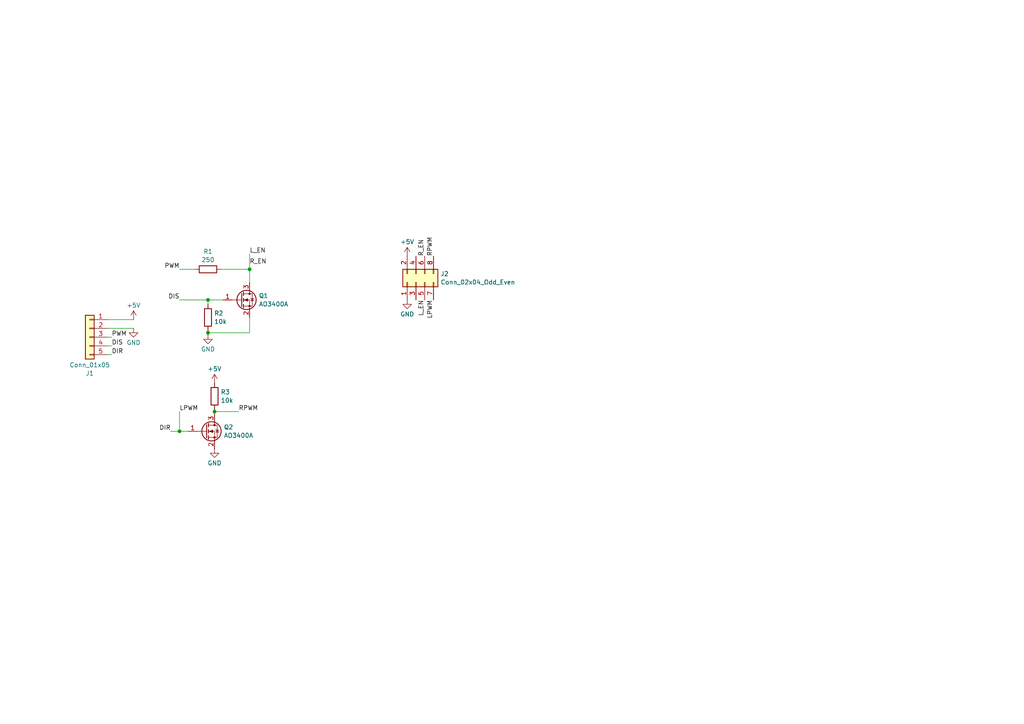
<source format=kicad_sch>
(kicad_sch
	(version 20231120)
	(generator "eeschema")
	(generator_version "8.0")
	(uuid "32730a3a-a2ab-43a7-8014-b5135afd9fe0")
	(paper "A4")
	(lib_symbols
		(symbol "Connector_Generic:Conn_01x05"
			(pin_names
				(offset 1.016) hide)
			(exclude_from_sim no)
			(in_bom yes)
			(on_board yes)
			(property "Reference" "J"
				(at 0 7.62 0)
				(effects
					(font
						(size 1.27 1.27)
					)
				)
			)
			(property "Value" "Conn_01x05"
				(at 0 -7.62 0)
				(effects
					(font
						(size 1.27 1.27)
					)
				)
			)
			(property "Footprint" ""
				(at 0 0 0)
				(effects
					(font
						(size 1.27 1.27)
					)
					(hide yes)
				)
			)
			(property "Datasheet" "~"
				(at 0 0 0)
				(effects
					(font
						(size 1.27 1.27)
					)
					(hide yes)
				)
			)
			(property "Description" "Generic connector, single row, 01x05, script generated (kicad-library-utils/schlib/autogen/connector/)"
				(at 0 0 0)
				(effects
					(font
						(size 1.27 1.27)
					)
					(hide yes)
				)
			)
			(property "ki_keywords" "connector"
				(at 0 0 0)
				(effects
					(font
						(size 1.27 1.27)
					)
					(hide yes)
				)
			)
			(property "ki_fp_filters" "Connector*:*_1x??_*"
				(at 0 0 0)
				(effects
					(font
						(size 1.27 1.27)
					)
					(hide yes)
				)
			)
			(symbol "Conn_01x05_1_1"
				(rectangle
					(start -1.27 -4.953)
					(end 0 -5.207)
					(stroke
						(width 0.1524)
						(type default)
					)
					(fill
						(type none)
					)
				)
				(rectangle
					(start -1.27 -2.413)
					(end 0 -2.667)
					(stroke
						(width 0.1524)
						(type default)
					)
					(fill
						(type none)
					)
				)
				(rectangle
					(start -1.27 0.127)
					(end 0 -0.127)
					(stroke
						(width 0.1524)
						(type default)
					)
					(fill
						(type none)
					)
				)
				(rectangle
					(start -1.27 2.667)
					(end 0 2.413)
					(stroke
						(width 0.1524)
						(type default)
					)
					(fill
						(type none)
					)
				)
				(rectangle
					(start -1.27 5.207)
					(end 0 4.953)
					(stroke
						(width 0.1524)
						(type default)
					)
					(fill
						(type none)
					)
				)
				(rectangle
					(start -1.27 6.35)
					(end 1.27 -6.35)
					(stroke
						(width 0.254)
						(type default)
					)
					(fill
						(type background)
					)
				)
				(pin passive line
					(at -5.08 5.08 0)
					(length 3.81)
					(name "Pin_1"
						(effects
							(font
								(size 1.27 1.27)
							)
						)
					)
					(number "1"
						(effects
							(font
								(size 1.27 1.27)
							)
						)
					)
				)
				(pin passive line
					(at -5.08 2.54 0)
					(length 3.81)
					(name "Pin_2"
						(effects
							(font
								(size 1.27 1.27)
							)
						)
					)
					(number "2"
						(effects
							(font
								(size 1.27 1.27)
							)
						)
					)
				)
				(pin passive line
					(at -5.08 0 0)
					(length 3.81)
					(name "Pin_3"
						(effects
							(font
								(size 1.27 1.27)
							)
						)
					)
					(number "3"
						(effects
							(font
								(size 1.27 1.27)
							)
						)
					)
				)
				(pin passive line
					(at -5.08 -2.54 0)
					(length 3.81)
					(name "Pin_4"
						(effects
							(font
								(size 1.27 1.27)
							)
						)
					)
					(number "4"
						(effects
							(font
								(size 1.27 1.27)
							)
						)
					)
				)
				(pin passive line
					(at -5.08 -5.08 0)
					(length 3.81)
					(name "Pin_5"
						(effects
							(font
								(size 1.27 1.27)
							)
						)
					)
					(number "5"
						(effects
							(font
								(size 1.27 1.27)
							)
						)
					)
				)
			)
		)
		(symbol "Connector_Generic:Conn_02x04_Odd_Even"
			(pin_names
				(offset 1.016) hide)
			(exclude_from_sim no)
			(in_bom yes)
			(on_board yes)
			(property "Reference" "J"
				(at 1.27 5.08 0)
				(effects
					(font
						(size 1.27 1.27)
					)
				)
			)
			(property "Value" "Conn_02x04_Odd_Even"
				(at 1.27 -7.62 0)
				(effects
					(font
						(size 1.27 1.27)
					)
				)
			)
			(property "Footprint" ""
				(at 0 0 0)
				(effects
					(font
						(size 1.27 1.27)
					)
					(hide yes)
				)
			)
			(property "Datasheet" "~"
				(at 0 0 0)
				(effects
					(font
						(size 1.27 1.27)
					)
					(hide yes)
				)
			)
			(property "Description" "Generic connector, double row, 02x04, odd/even pin numbering scheme (row 1 odd numbers, row 2 even numbers), script generated (kicad-library-utils/schlib/autogen/connector/)"
				(at 0 0 0)
				(effects
					(font
						(size 1.27 1.27)
					)
					(hide yes)
				)
			)
			(property "ki_keywords" "connector"
				(at 0 0 0)
				(effects
					(font
						(size 1.27 1.27)
					)
					(hide yes)
				)
			)
			(property "ki_fp_filters" "Connector*:*_2x??_*"
				(at 0 0 0)
				(effects
					(font
						(size 1.27 1.27)
					)
					(hide yes)
				)
			)
			(symbol "Conn_02x04_Odd_Even_1_1"
				(rectangle
					(start -1.27 -4.953)
					(end 0 -5.207)
					(stroke
						(width 0.1524)
						(type default)
					)
					(fill
						(type none)
					)
				)
				(rectangle
					(start -1.27 -2.413)
					(end 0 -2.667)
					(stroke
						(width 0.1524)
						(type default)
					)
					(fill
						(type none)
					)
				)
				(rectangle
					(start -1.27 0.127)
					(end 0 -0.127)
					(stroke
						(width 0.1524)
						(type default)
					)
					(fill
						(type none)
					)
				)
				(rectangle
					(start -1.27 2.667)
					(end 0 2.413)
					(stroke
						(width 0.1524)
						(type default)
					)
					(fill
						(type none)
					)
				)
				(rectangle
					(start -1.27 3.81)
					(end 3.81 -6.35)
					(stroke
						(width 0.254)
						(type default)
					)
					(fill
						(type background)
					)
				)
				(rectangle
					(start 3.81 -4.953)
					(end 2.54 -5.207)
					(stroke
						(width 0.1524)
						(type default)
					)
					(fill
						(type none)
					)
				)
				(rectangle
					(start 3.81 -2.413)
					(end 2.54 -2.667)
					(stroke
						(width 0.1524)
						(type default)
					)
					(fill
						(type none)
					)
				)
				(rectangle
					(start 3.81 0.127)
					(end 2.54 -0.127)
					(stroke
						(width 0.1524)
						(type default)
					)
					(fill
						(type none)
					)
				)
				(rectangle
					(start 3.81 2.667)
					(end 2.54 2.413)
					(stroke
						(width 0.1524)
						(type default)
					)
					(fill
						(type none)
					)
				)
				(pin passive line
					(at -5.08 2.54 0)
					(length 3.81)
					(name "Pin_1"
						(effects
							(font
								(size 1.27 1.27)
							)
						)
					)
					(number "1"
						(effects
							(font
								(size 1.27 1.27)
							)
						)
					)
				)
				(pin passive line
					(at 7.62 2.54 180)
					(length 3.81)
					(name "Pin_2"
						(effects
							(font
								(size 1.27 1.27)
							)
						)
					)
					(number "2"
						(effects
							(font
								(size 1.27 1.27)
							)
						)
					)
				)
				(pin passive line
					(at -5.08 0 0)
					(length 3.81)
					(name "Pin_3"
						(effects
							(font
								(size 1.27 1.27)
							)
						)
					)
					(number "3"
						(effects
							(font
								(size 1.27 1.27)
							)
						)
					)
				)
				(pin passive line
					(at 7.62 0 180)
					(length 3.81)
					(name "Pin_4"
						(effects
							(font
								(size 1.27 1.27)
							)
						)
					)
					(number "4"
						(effects
							(font
								(size 1.27 1.27)
							)
						)
					)
				)
				(pin passive line
					(at -5.08 -2.54 0)
					(length 3.81)
					(name "Pin_5"
						(effects
							(font
								(size 1.27 1.27)
							)
						)
					)
					(number "5"
						(effects
							(font
								(size 1.27 1.27)
							)
						)
					)
				)
				(pin passive line
					(at 7.62 -2.54 180)
					(length 3.81)
					(name "Pin_6"
						(effects
							(font
								(size 1.27 1.27)
							)
						)
					)
					(number "6"
						(effects
							(font
								(size 1.27 1.27)
							)
						)
					)
				)
				(pin passive line
					(at -5.08 -5.08 0)
					(length 3.81)
					(name "Pin_7"
						(effects
							(font
								(size 1.27 1.27)
							)
						)
					)
					(number "7"
						(effects
							(font
								(size 1.27 1.27)
							)
						)
					)
				)
				(pin passive line
					(at 7.62 -5.08 180)
					(length 3.81)
					(name "Pin_8"
						(effects
							(font
								(size 1.27 1.27)
							)
						)
					)
					(number "8"
						(effects
							(font
								(size 1.27 1.27)
							)
						)
					)
				)
			)
		)
		(symbol "Device:R"
			(pin_numbers hide)
			(pin_names
				(offset 0)
			)
			(exclude_from_sim no)
			(in_bom yes)
			(on_board yes)
			(property "Reference" "R"
				(at 2.032 0 90)
				(effects
					(font
						(size 1.27 1.27)
					)
				)
			)
			(property "Value" "R"
				(at 0 0 90)
				(effects
					(font
						(size 1.27 1.27)
					)
				)
			)
			(property "Footprint" ""
				(at -1.778 0 90)
				(effects
					(font
						(size 1.27 1.27)
					)
					(hide yes)
				)
			)
			(property "Datasheet" "~"
				(at 0 0 0)
				(effects
					(font
						(size 1.27 1.27)
					)
					(hide yes)
				)
			)
			(property "Description" "Resistor"
				(at 0 0 0)
				(effects
					(font
						(size 1.27 1.27)
					)
					(hide yes)
				)
			)
			(property "ki_keywords" "R res resistor"
				(at 0 0 0)
				(effects
					(font
						(size 1.27 1.27)
					)
					(hide yes)
				)
			)
			(property "ki_fp_filters" "R_*"
				(at 0 0 0)
				(effects
					(font
						(size 1.27 1.27)
					)
					(hide yes)
				)
			)
			(symbol "R_0_1"
				(rectangle
					(start -1.016 -2.54)
					(end 1.016 2.54)
					(stroke
						(width 0.254)
						(type default)
					)
					(fill
						(type none)
					)
				)
			)
			(symbol "R_1_1"
				(pin passive line
					(at 0 3.81 270)
					(length 1.27)
					(name "~"
						(effects
							(font
								(size 1.27 1.27)
							)
						)
					)
					(number "1"
						(effects
							(font
								(size 1.27 1.27)
							)
						)
					)
				)
				(pin passive line
					(at 0 -3.81 90)
					(length 1.27)
					(name "~"
						(effects
							(font
								(size 1.27 1.27)
							)
						)
					)
					(number "2"
						(effects
							(font
								(size 1.27 1.27)
							)
						)
					)
				)
			)
		)
		(symbol "Transistor_FET:AO3400A"
			(pin_names hide)
			(exclude_from_sim no)
			(in_bom yes)
			(on_board yes)
			(property "Reference" "Q"
				(at 5.08 1.905 0)
				(effects
					(font
						(size 1.27 1.27)
					)
					(justify left)
				)
			)
			(property "Value" "AO3400A"
				(at 5.08 0 0)
				(effects
					(font
						(size 1.27 1.27)
					)
					(justify left)
				)
			)
			(property "Footprint" "Package_TO_SOT_SMD:SOT-23"
				(at 5.08 -1.905 0)
				(effects
					(font
						(size 1.27 1.27)
						(italic yes)
					)
					(justify left)
					(hide yes)
				)
			)
			(property "Datasheet" "http://www.aosmd.com/pdfs/datasheet/AO3400A.pdf"
				(at 5.08 -3.81 0)
				(effects
					(font
						(size 1.27 1.27)
					)
					(justify left)
					(hide yes)
				)
			)
			(property "Description" "30V Vds, 5.7A Id, N-Channel MOSFET, SOT-23"
				(at 0 0 0)
				(effects
					(font
						(size 1.27 1.27)
					)
					(hide yes)
				)
			)
			(property "ki_keywords" "N-Channel MOSFET"
				(at 0 0 0)
				(effects
					(font
						(size 1.27 1.27)
					)
					(hide yes)
				)
			)
			(property "ki_fp_filters" "SOT?23*"
				(at 0 0 0)
				(effects
					(font
						(size 1.27 1.27)
					)
					(hide yes)
				)
			)
			(symbol "AO3400A_0_1"
				(polyline
					(pts
						(xy 0.254 0) (xy -2.54 0)
					)
					(stroke
						(width 0)
						(type default)
					)
					(fill
						(type none)
					)
				)
				(polyline
					(pts
						(xy 0.254 1.905) (xy 0.254 -1.905)
					)
					(stroke
						(width 0.254)
						(type default)
					)
					(fill
						(type none)
					)
				)
				(polyline
					(pts
						(xy 0.762 -1.27) (xy 0.762 -2.286)
					)
					(stroke
						(width 0.254)
						(type default)
					)
					(fill
						(type none)
					)
				)
				(polyline
					(pts
						(xy 0.762 0.508) (xy 0.762 -0.508)
					)
					(stroke
						(width 0.254)
						(type default)
					)
					(fill
						(type none)
					)
				)
				(polyline
					(pts
						(xy 0.762 2.286) (xy 0.762 1.27)
					)
					(stroke
						(width 0.254)
						(type default)
					)
					(fill
						(type none)
					)
				)
				(polyline
					(pts
						(xy 2.54 2.54) (xy 2.54 1.778)
					)
					(stroke
						(width 0)
						(type default)
					)
					(fill
						(type none)
					)
				)
				(polyline
					(pts
						(xy 2.54 -2.54) (xy 2.54 0) (xy 0.762 0)
					)
					(stroke
						(width 0)
						(type default)
					)
					(fill
						(type none)
					)
				)
				(polyline
					(pts
						(xy 0.762 -1.778) (xy 3.302 -1.778) (xy 3.302 1.778) (xy 0.762 1.778)
					)
					(stroke
						(width 0)
						(type default)
					)
					(fill
						(type none)
					)
				)
				(polyline
					(pts
						(xy 1.016 0) (xy 2.032 0.381) (xy 2.032 -0.381) (xy 1.016 0)
					)
					(stroke
						(width 0)
						(type default)
					)
					(fill
						(type outline)
					)
				)
				(polyline
					(pts
						(xy 2.794 0.508) (xy 2.921 0.381) (xy 3.683 0.381) (xy 3.81 0.254)
					)
					(stroke
						(width 0)
						(type default)
					)
					(fill
						(type none)
					)
				)
				(polyline
					(pts
						(xy 3.302 0.381) (xy 2.921 -0.254) (xy 3.683 -0.254) (xy 3.302 0.381)
					)
					(stroke
						(width 0)
						(type default)
					)
					(fill
						(type none)
					)
				)
				(circle
					(center 1.651 0)
					(radius 2.794)
					(stroke
						(width 0.254)
						(type default)
					)
					(fill
						(type none)
					)
				)
				(circle
					(center 2.54 -1.778)
					(radius 0.254)
					(stroke
						(width 0)
						(type default)
					)
					(fill
						(type outline)
					)
				)
				(circle
					(center 2.54 1.778)
					(radius 0.254)
					(stroke
						(width 0)
						(type default)
					)
					(fill
						(type outline)
					)
				)
			)
			(symbol "AO3400A_1_1"
				(pin input line
					(at -5.08 0 0)
					(length 2.54)
					(name "G"
						(effects
							(font
								(size 1.27 1.27)
							)
						)
					)
					(number "1"
						(effects
							(font
								(size 1.27 1.27)
							)
						)
					)
				)
				(pin passive line
					(at 2.54 -5.08 90)
					(length 2.54)
					(name "S"
						(effects
							(font
								(size 1.27 1.27)
							)
						)
					)
					(number "2"
						(effects
							(font
								(size 1.27 1.27)
							)
						)
					)
				)
				(pin passive line
					(at 2.54 5.08 270)
					(length 2.54)
					(name "D"
						(effects
							(font
								(size 1.27 1.27)
							)
						)
					)
					(number "3"
						(effects
							(font
								(size 1.27 1.27)
							)
						)
					)
				)
			)
		)
		(symbol "power:+5V"
			(power)
			(pin_numbers hide)
			(pin_names
				(offset 0) hide)
			(exclude_from_sim no)
			(in_bom yes)
			(on_board yes)
			(property "Reference" "#PWR"
				(at 0 -3.81 0)
				(effects
					(font
						(size 1.27 1.27)
					)
					(hide yes)
				)
			)
			(property "Value" "+5V"
				(at 0 3.556 0)
				(effects
					(font
						(size 1.27 1.27)
					)
				)
			)
			(property "Footprint" ""
				(at 0 0 0)
				(effects
					(font
						(size 1.27 1.27)
					)
					(hide yes)
				)
			)
			(property "Datasheet" ""
				(at 0 0 0)
				(effects
					(font
						(size 1.27 1.27)
					)
					(hide yes)
				)
			)
			(property "Description" "Power symbol creates a global label with name \"+5V\""
				(at 0 0 0)
				(effects
					(font
						(size 1.27 1.27)
					)
					(hide yes)
				)
			)
			(property "ki_keywords" "global power"
				(at 0 0 0)
				(effects
					(font
						(size 1.27 1.27)
					)
					(hide yes)
				)
			)
			(symbol "+5V_0_1"
				(polyline
					(pts
						(xy -0.762 1.27) (xy 0 2.54)
					)
					(stroke
						(width 0)
						(type default)
					)
					(fill
						(type none)
					)
				)
				(polyline
					(pts
						(xy 0 0) (xy 0 2.54)
					)
					(stroke
						(width 0)
						(type default)
					)
					(fill
						(type none)
					)
				)
				(polyline
					(pts
						(xy 0 2.54) (xy 0.762 1.27)
					)
					(stroke
						(width 0)
						(type default)
					)
					(fill
						(type none)
					)
				)
			)
			(symbol "+5V_1_1"
				(pin power_in line
					(at 0 0 90)
					(length 0)
					(name "~"
						(effects
							(font
								(size 1.27 1.27)
							)
						)
					)
					(number "1"
						(effects
							(font
								(size 1.27 1.27)
							)
						)
					)
				)
			)
		)
		(symbol "power:GND"
			(power)
			(pin_numbers hide)
			(pin_names
				(offset 0) hide)
			(exclude_from_sim no)
			(in_bom yes)
			(on_board yes)
			(property "Reference" "#PWR"
				(at 0 -6.35 0)
				(effects
					(font
						(size 1.27 1.27)
					)
					(hide yes)
				)
			)
			(property "Value" "GND"
				(at 0 -3.81 0)
				(effects
					(font
						(size 1.27 1.27)
					)
				)
			)
			(property "Footprint" ""
				(at 0 0 0)
				(effects
					(font
						(size 1.27 1.27)
					)
					(hide yes)
				)
			)
			(property "Datasheet" ""
				(at 0 0 0)
				(effects
					(font
						(size 1.27 1.27)
					)
					(hide yes)
				)
			)
			(property "Description" "Power symbol creates a global label with name \"GND\" , ground"
				(at 0 0 0)
				(effects
					(font
						(size 1.27 1.27)
					)
					(hide yes)
				)
			)
			(property "ki_keywords" "global power"
				(at 0 0 0)
				(effects
					(font
						(size 1.27 1.27)
					)
					(hide yes)
				)
			)
			(symbol "GND_0_1"
				(polyline
					(pts
						(xy 0 0) (xy 0 -1.27) (xy 1.27 -1.27) (xy 0 -2.54) (xy -1.27 -1.27) (xy 0 -1.27)
					)
					(stroke
						(width 0)
						(type default)
					)
					(fill
						(type none)
					)
				)
			)
			(symbol "GND_1_1"
				(pin power_in line
					(at 0 0 270)
					(length 0)
					(name "~"
						(effects
							(font
								(size 1.27 1.27)
							)
						)
					)
					(number "1"
						(effects
							(font
								(size 1.27 1.27)
							)
						)
					)
				)
			)
		)
	)
	(junction
		(at 62.23 119.38)
		(diameter 0)
		(color 0 0 0 0)
		(uuid "053bcd32-b35c-4c0f-8a74-4d1254dece16")
	)
	(junction
		(at 60.325 86.995)
		(diameter 0)
		(color 0 0 0 0)
		(uuid "2ab0c8d1-0411-4309-9f0e-2c16005a716e")
	)
	(junction
		(at 52.07 125.095)
		(diameter 0)
		(color 0 0 0 0)
		(uuid "cc37144e-9414-48a9-9699-7be4e997933e")
	)
	(junction
		(at 60.325 96.52)
		(diameter 0)
		(color 0 0 0 0)
		(uuid "d74882b7-a428-4166-9b7b-3a971115be79")
	)
	(junction
		(at 72.39 78.105)
		(diameter 0)
		(color 0 0 0 0)
		(uuid "da1d9468-2490-455c-b638-5091be0c3252")
	)
	(wire
		(pts
			(xy 62.23 118.745) (xy 62.23 119.38)
		)
		(stroke
			(width 0)
			(type default)
		)
		(uuid "070e82c4-c7ce-434f-aaba-c39c86bd82be")
	)
	(wire
		(pts
			(xy 52.07 78.105) (xy 56.515 78.105)
		)
		(stroke
			(width 0)
			(type default)
		)
		(uuid "0deddc14-b44e-47e2-a890-30dd613716d0")
	)
	(wire
		(pts
			(xy 32.385 100.33) (xy 31.115 100.33)
		)
		(stroke
			(width 0)
			(type default)
		)
		(uuid "136ef369-4d1a-4399-bcdd-66ed8732a59e")
	)
	(wire
		(pts
			(xy 31.115 92.71) (xy 38.735 92.71)
		)
		(stroke
			(width 0)
			(type default)
		)
		(uuid "169ed620-9717-42ff-9c25-6d33d4496287")
	)
	(wire
		(pts
			(xy 72.39 78.105) (xy 72.39 81.915)
		)
		(stroke
			(width 0)
			(type default)
		)
		(uuid "4a5ff1a7-b10e-4ff3-9557-a26815dabeea")
	)
	(wire
		(pts
			(xy 52.07 119.38) (xy 52.07 125.095)
		)
		(stroke
			(width 0)
			(type default)
		)
		(uuid "4c7fcfb3-015a-4b02-94c4-011d409003a1")
	)
	(wire
		(pts
			(xy 72.39 96.52) (xy 60.325 96.52)
		)
		(stroke
			(width 0)
			(type default)
		)
		(uuid "4da19563-5c18-4395-a616-ab3be279f6b2")
	)
	(wire
		(pts
			(xy 64.135 78.105) (xy 72.39 78.105)
		)
		(stroke
			(width 0)
			(type default)
		)
		(uuid "513e1a80-097c-4323-9366-1379d03051a8")
	)
	(wire
		(pts
			(xy 49.53 125.095) (xy 52.07 125.095)
		)
		(stroke
			(width 0)
			(type default)
		)
		(uuid "56d0760d-e809-4f08-8c56-68eae7bbd5c2")
	)
	(wire
		(pts
			(xy 60.325 88.265) (xy 60.325 86.995)
		)
		(stroke
			(width 0)
			(type default)
		)
		(uuid "6a4261bd-395d-4c0a-bde3-7aba3dbcabac")
	)
	(wire
		(pts
			(xy 62.23 119.38) (xy 69.215 119.38)
		)
		(stroke
			(width 0)
			(type default)
		)
		(uuid "76350639-de6c-4580-8553-55828e277a73")
	)
	(wire
		(pts
			(xy 52.07 125.095) (xy 54.61 125.095)
		)
		(stroke
			(width 0)
			(type default)
		)
		(uuid "87072acb-1431-4020-96f8-69536373727c")
	)
	(wire
		(pts
			(xy 62.23 119.38) (xy 62.23 120.015)
		)
		(stroke
			(width 0)
			(type default)
		)
		(uuid "931aa46b-e5e9-4cc3-b6c4-1bb554abc8d9")
	)
	(wire
		(pts
			(xy 72.39 73.66) (xy 72.39 78.105)
		)
		(stroke
			(width 0)
			(type default)
		)
		(uuid "93c68a9b-f2e9-4ec1-af81-07c8f1394eb3")
	)
	(wire
		(pts
			(xy 60.325 96.52) (xy 60.325 95.885)
		)
		(stroke
			(width 0)
			(type default)
		)
		(uuid "a1e01394-d904-4552-b41b-84c08d580007")
	)
	(wire
		(pts
			(xy 31.115 102.87) (xy 32.385 102.87)
		)
		(stroke
			(width 0)
			(type default)
		)
		(uuid "a277058a-de2a-4419-a70d-28e024e4e433")
	)
	(wire
		(pts
			(xy 32.385 97.79) (xy 31.115 97.79)
		)
		(stroke
			(width 0)
			(type default)
		)
		(uuid "aa03232a-aa61-4b2e-a0bc-41839b096959")
	)
	(wire
		(pts
			(xy 60.325 86.995) (xy 64.77 86.995)
		)
		(stroke
			(width 0)
			(type default)
		)
		(uuid "b0cb9ade-3173-4605-aa8f-8a194068d553")
	)
	(wire
		(pts
			(xy 31.115 95.25) (xy 38.735 95.25)
		)
		(stroke
			(width 0)
			(type default)
		)
		(uuid "b169b5f0-93ab-46ac-adab-5d5438875652")
	)
	(wire
		(pts
			(xy 60.325 97.155) (xy 60.325 96.52)
		)
		(stroke
			(width 0)
			(type default)
		)
		(uuid "b765d642-b1bb-4261-bf09-ac655d311a97")
	)
	(wire
		(pts
			(xy 72.39 92.075) (xy 72.39 96.52)
		)
		(stroke
			(width 0)
			(type default)
		)
		(uuid "c10f45cf-39f6-4071-b27c-dc8393ebaf08")
	)
	(wire
		(pts
			(xy 52.07 86.995) (xy 60.325 86.995)
		)
		(stroke
			(width 0)
			(type default)
		)
		(uuid "e76c0cd8-c2d1-4b26-bb55-803533253900")
	)
	(label "L_EN"
		(at 72.39 73.66 0)
		(effects
			(font
				(size 1.27 1.27)
			)
			(justify left bottom)
		)
		(uuid "06b504d0-673f-481f-8eff-e45594ba3f6f")
	)
	(label "LPWM"
		(at 52.07 119.38 0)
		(effects
			(font
				(size 1.27 1.27)
			)
			(justify left bottom)
		)
		(uuid "0cc5e271-88c0-470e-9c79-b6c25b44e4fd")
	)
	(label "LPWM"
		(at 125.73 86.995 270)
		(effects
			(font
				(size 1.27 1.27)
			)
			(justify right bottom)
		)
		(uuid "16ad1373-e74e-4778-b2ec-dea1368ef950")
	)
	(label "DIS"
		(at 52.07 86.995 180)
		(effects
			(font
				(size 1.27 1.27)
			)
			(justify right bottom)
		)
		(uuid "1e660598-48b0-461e-9c93-7d9985093915")
	)
	(label "L_EN"
		(at 123.19 86.995 270)
		(effects
			(font
				(size 1.27 1.27)
			)
			(justify right bottom)
		)
		(uuid "27e44c7b-ca15-4ede-9b97-12b1ca9702ad")
	)
	(label "DIS"
		(at 32.385 100.33 0)
		(effects
			(font
				(size 1.27 1.27)
			)
			(justify left bottom)
		)
		(uuid "2bdbb3ae-e148-4268-a393-796c1f30477f")
	)
	(label "DIR"
		(at 49.53 125.095 180)
		(effects
			(font
				(size 1.27 1.27)
			)
			(justify right bottom)
		)
		(uuid "4fc54cf2-2412-417b-b05f-1df2002b6d72")
	)
	(label "R_EN"
		(at 72.39 76.835 0)
		(effects
			(font
				(size 1.27 1.27)
			)
			(justify left bottom)
		)
		(uuid "5a171675-55f0-480d-a10b-e3c4087118b1")
	)
	(label "DIR"
		(at 32.385 102.87 0)
		(effects
			(font
				(size 1.27 1.27)
			)
			(justify left bottom)
		)
		(uuid "8c25adf7-baf4-4349-baaa-0c25f8c31c21")
	)
	(label "R_EN"
		(at 123.19 74.295 90)
		(effects
			(font
				(size 1.27 1.27)
			)
			(justify left bottom)
		)
		(uuid "8e43e413-3997-4a56-ba51-b6088c11b5e4")
	)
	(label "RPWM"
		(at 125.73 74.295 90)
		(effects
			(font
				(size 1.27 1.27)
			)
			(justify left bottom)
		)
		(uuid "ca413d34-c676-47ab-b598-9b04bb5a080c")
	)
	(label "PWM"
		(at 32.385 97.79 0)
		(effects
			(font
				(size 1.27 1.27)
			)
			(justify left bottom)
		)
		(uuid "cf768d1a-af0b-45c8-bb45-ceeeb376da32")
	)
	(label "PWM"
		(at 52.07 78.105 180)
		(effects
			(font
				(size 1.27 1.27)
			)
			(justify right bottom)
		)
		(uuid "da6d30bc-b10b-4a33-9e51-41d2422d119d")
	)
	(label "RPWM"
		(at 69.215 119.38 0)
		(effects
			(font
				(size 1.27 1.27)
			)
			(justify left bottom)
		)
		(uuid "e202201c-a222-4a7e-a5fa-1058460939c4")
	)
	(symbol
		(lib_id "Device:R")
		(at 62.23 114.935 180)
		(unit 1)
		(exclude_from_sim no)
		(in_bom yes)
		(on_board yes)
		(dnp no)
		(fields_autoplaced yes)
		(uuid "00a3b200-c514-4cdd-bb80-cf0388abe3c8")
		(property "Reference" "R3"
			(at 64.008 113.7228 0)
			(effects
				(font
					(size 1.27 1.27)
				)
				(justify right)
			)
		)
		(property "Value" "10k"
			(at 64.008 116.1471 0)
			(effects
				(font
					(size 1.27 1.27)
				)
				(justify right)
			)
		)
		(property "Footprint" "Resistor_SMD:R_0603_1608Metric_Pad0.98x0.95mm_HandSolder"
			(at 64.008 114.935 90)
			(effects
				(font
					(size 1.27 1.27)
				)
				(hide yes)
			)
		)
		(property "Datasheet" "~"
			(at 62.23 114.935 0)
			(effects
				(font
					(size 1.27 1.27)
				)
				(hide yes)
			)
		)
		(property "Description" "Resistor"
			(at 62.23 114.935 0)
			(effects
				(font
					(size 1.27 1.27)
				)
				(hide yes)
			)
		)
		(pin "2"
			(uuid "2e400bfc-b517-4985-b1b1-b07dbfa7aec1")
		)
		(pin "1"
			(uuid "2e201347-bce5-4b20-90b5-e786cd99ffb0")
		)
		(instances
			(project "bts7960 adapter"
				(path "/32730a3a-a2ab-43a7-8014-b5135afd9fe0"
					(reference "R3")
					(unit 1)
				)
			)
		)
	)
	(symbol
		(lib_id "Connector_Generic:Conn_02x04_Odd_Even")
		(at 120.65 81.915 90)
		(unit 1)
		(exclude_from_sim no)
		(in_bom yes)
		(on_board yes)
		(dnp no)
		(fields_autoplaced yes)
		(uuid "0a754b53-7365-4044-a537-62d6fc09ddd6")
		(property "Reference" "J2"
			(at 127.762 79.4328 90)
			(effects
				(font
					(size 1.27 1.27)
				)
				(justify right)
			)
		)
		(property "Value" "Conn_02x04_Odd_Even"
			(at 127.762 81.8571 90)
			(effects
				(font
					(size 1.27 1.27)
				)
				(justify right)
			)
		)
		(property "Footprint" "Connector_PinHeader_2.54mm:PinHeader_2x04_P2.54mm_Vertical"
			(at 120.65 81.915 0)
			(effects
				(font
					(size 1.27 1.27)
				)
				(hide yes)
			)
		)
		(property "Datasheet" "~"
			(at 120.65 81.915 0)
			(effects
				(font
					(size 1.27 1.27)
				)
				(hide yes)
			)
		)
		(property "Description" "Generic connector, double row, 02x04, odd/even pin numbering scheme (row 1 odd numbers, row 2 even numbers), script generated (kicad-library-utils/schlib/autogen/connector/)"
			(at 120.65 81.915 0)
			(effects
				(font
					(size 1.27 1.27)
				)
				(hide yes)
			)
		)
		(pin "3"
			(uuid "d9833f44-a545-4e6d-8fd1-ff19ac79cba9")
		)
		(pin "8"
			(uuid "1ef2030a-94e9-4ad7-b3c8-6ad55128fe87")
		)
		(pin "7"
			(uuid "9cbf5c1d-04ce-4876-a7ad-89916df37cc7")
		)
		(pin "4"
			(uuid "e032932f-fca9-4210-9a3d-84ca0ec54857")
		)
		(pin "1"
			(uuid "30f23f06-2f1b-4f4c-8f31-07660ca57631")
		)
		(pin "2"
			(uuid "44773d88-6c2b-4c2d-a7ed-829c557339e4")
		)
		(pin "6"
			(uuid "ea6af84c-f0e2-4b1a-ad2d-7c68eee951f0")
		)
		(pin "5"
			(uuid "d0870e7c-86ab-4c2b-906b-61275cab3c78")
		)
		(instances
			(project ""
				(path "/32730a3a-a2ab-43a7-8014-b5135afd9fe0"
					(reference "J2")
					(unit 1)
				)
			)
		)
	)
	(symbol
		(lib_id "Device:R")
		(at 60.325 78.105 90)
		(unit 1)
		(exclude_from_sim no)
		(in_bom yes)
		(on_board yes)
		(dnp no)
		(uuid "2fd1827c-5865-4531-a30d-309859e7ff0a")
		(property "Reference" "R1"
			(at 60.325 72.9445 90)
			(effects
				(font
					(size 1.27 1.27)
				)
			)
		)
		(property "Value" "250"
			(at 60.325 75.3688 90)
			(effects
				(font
					(size 1.27 1.27)
				)
			)
		)
		(property "Footprint" "Resistor_SMD:R_0603_1608Metric_Pad0.98x0.95mm_HandSolder"
			(at 60.325 79.883 90)
			(effects
				(font
					(size 1.27 1.27)
				)
				(hide yes)
			)
		)
		(property "Datasheet" "~"
			(at 60.325 78.105 0)
			(effects
				(font
					(size 1.27 1.27)
				)
				(hide yes)
			)
		)
		(property "Description" "Resistor"
			(at 60.325 78.105 0)
			(effects
				(font
					(size 1.27 1.27)
				)
				(hide yes)
			)
		)
		(pin "2"
			(uuid "2ea4aece-7580-4b85-aa02-64a800253a4b")
		)
		(pin "1"
			(uuid "405b3975-990a-45bd-9a11-f494e5a8bf5f")
		)
		(instances
			(project ""
				(path "/32730a3a-a2ab-43a7-8014-b5135afd9fe0"
					(reference "R1")
					(unit 1)
				)
			)
		)
	)
	(symbol
		(lib_id "Device:R")
		(at 60.325 92.075 180)
		(unit 1)
		(exclude_from_sim no)
		(in_bom yes)
		(on_board yes)
		(dnp no)
		(fields_autoplaced yes)
		(uuid "413341de-8788-484e-9173-10d432987049")
		(property "Reference" "R2"
			(at 62.103 90.8628 0)
			(effects
				(font
					(size 1.27 1.27)
				)
				(justify right)
			)
		)
		(property "Value" "10k"
			(at 62.103 93.2871 0)
			(effects
				(font
					(size 1.27 1.27)
				)
				(justify right)
			)
		)
		(property "Footprint" "Resistor_SMD:R_0603_1608Metric_Pad0.98x0.95mm_HandSolder"
			(at 62.103 92.075 90)
			(effects
				(font
					(size 1.27 1.27)
				)
				(hide yes)
			)
		)
		(property "Datasheet" "~"
			(at 60.325 92.075 0)
			(effects
				(font
					(size 1.27 1.27)
				)
				(hide yes)
			)
		)
		(property "Description" "Resistor"
			(at 60.325 92.075 0)
			(effects
				(font
					(size 1.27 1.27)
				)
				(hide yes)
			)
		)
		(pin "2"
			(uuid "70a39740-efe2-4890-b99c-d4c5a47c2d02")
		)
		(pin "1"
			(uuid "96a9436c-ecc2-4658-afa1-e70e2c023a3d")
		)
		(instances
			(project "bts7960 adapter"
				(path "/32730a3a-a2ab-43a7-8014-b5135afd9fe0"
					(reference "R2")
					(unit 1)
				)
			)
		)
	)
	(symbol
		(lib_id "power:GND")
		(at 118.11 86.995 0)
		(unit 1)
		(exclude_from_sim no)
		(in_bom yes)
		(on_board yes)
		(dnp no)
		(fields_autoplaced yes)
		(uuid "44b2f214-9cec-454d-bc63-974a7a5f9573")
		(property "Reference" "#PWR07"
			(at 118.11 93.345 0)
			(effects
				(font
					(size 1.27 1.27)
				)
				(hide yes)
			)
		)
		(property "Value" "GND"
			(at 118.11 91.1281 0)
			(effects
				(font
					(size 1.27 1.27)
				)
			)
		)
		(property "Footprint" ""
			(at 118.11 86.995 0)
			(effects
				(font
					(size 1.27 1.27)
				)
				(hide yes)
			)
		)
		(property "Datasheet" ""
			(at 118.11 86.995 0)
			(effects
				(font
					(size 1.27 1.27)
				)
				(hide yes)
			)
		)
		(property "Description" "Power symbol creates a global label with name \"GND\" , ground"
			(at 118.11 86.995 0)
			(effects
				(font
					(size 1.27 1.27)
				)
				(hide yes)
			)
		)
		(pin "1"
			(uuid "5c14d569-0202-4797-a7f2-d7fbede24760")
		)
		(instances
			(project "bts7960 adapter"
				(path "/32730a3a-a2ab-43a7-8014-b5135afd9fe0"
					(reference "#PWR07")
					(unit 1)
				)
			)
		)
	)
	(symbol
		(lib_id "power:GND")
		(at 62.23 130.175 0)
		(unit 1)
		(exclude_from_sim no)
		(in_bom yes)
		(on_board yes)
		(dnp no)
		(fields_autoplaced yes)
		(uuid "46d5de8e-e920-4262-9050-1808497c0562")
		(property "Reference" "#PWR03"
			(at 62.23 136.525 0)
			(effects
				(font
					(size 1.27 1.27)
				)
				(hide yes)
			)
		)
		(property "Value" "GND"
			(at 62.23 134.3081 0)
			(effects
				(font
					(size 1.27 1.27)
				)
			)
		)
		(property "Footprint" ""
			(at 62.23 130.175 0)
			(effects
				(font
					(size 1.27 1.27)
				)
				(hide yes)
			)
		)
		(property "Datasheet" ""
			(at 62.23 130.175 0)
			(effects
				(font
					(size 1.27 1.27)
				)
				(hide yes)
			)
		)
		(property "Description" "Power symbol creates a global label with name \"GND\" , ground"
			(at 62.23 130.175 0)
			(effects
				(font
					(size 1.27 1.27)
				)
				(hide yes)
			)
		)
		(pin "1"
			(uuid "2dd0661b-fe3f-4c2c-ae36-345603dac117")
		)
		(instances
			(project "bts7960 adapter"
				(path "/32730a3a-a2ab-43a7-8014-b5135afd9fe0"
					(reference "#PWR03")
					(unit 1)
				)
			)
		)
	)
	(symbol
		(lib_id "Transistor_FET:AO3400A")
		(at 69.85 86.995 0)
		(unit 1)
		(exclude_from_sim no)
		(in_bom yes)
		(on_board yes)
		(dnp no)
		(fields_autoplaced yes)
		(uuid "5327c839-67d6-4328-8b2e-b2ab7a8a207d")
		(property "Reference" "Q1"
			(at 75.057 85.7828 0)
			(effects
				(font
					(size 1.27 1.27)
				)
				(justify left)
			)
		)
		(property "Value" "AO3400A"
			(at 75.057 88.2071 0)
			(effects
				(font
					(size 1.27 1.27)
				)
				(justify left)
			)
		)
		(property "Footprint" "Package_TO_SOT_SMD:SOT-23"
			(at 74.93 88.9 0)
			(effects
				(font
					(size 1.27 1.27)
					(italic yes)
				)
				(justify left)
				(hide yes)
			)
		)
		(property "Datasheet" "http://www.aosmd.com/pdfs/datasheet/AO3400A.pdf"
			(at 74.93 90.805 0)
			(effects
				(font
					(size 1.27 1.27)
				)
				(justify left)
				(hide yes)
			)
		)
		(property "Description" "30V Vds, 5.7A Id, N-Channel MOSFET, SOT-23"
			(at 69.85 86.995 0)
			(effects
				(font
					(size 1.27 1.27)
				)
				(hide yes)
			)
		)
		(pin "3"
			(uuid "2bdcc3cc-c185-4c69-b5e2-75711613fd9a")
		)
		(pin "1"
			(uuid "d7413e63-07d4-452e-ad2f-7fe8bcadf624")
		)
		(pin "2"
			(uuid "88ad80a6-c3fa-491f-b4d4-8e55e688638b")
		)
		(instances
			(project ""
				(path "/32730a3a-a2ab-43a7-8014-b5135afd9fe0"
					(reference "Q1")
					(unit 1)
				)
			)
		)
	)
	(symbol
		(lib_id "Transistor_FET:AO3400A")
		(at 59.69 125.095 0)
		(unit 1)
		(exclude_from_sim no)
		(in_bom yes)
		(on_board yes)
		(dnp no)
		(fields_autoplaced yes)
		(uuid "5e4c7519-924f-44bb-bef8-dbac97f1506c")
		(property "Reference" "Q2"
			(at 64.897 123.8828 0)
			(effects
				(font
					(size 1.27 1.27)
				)
				(justify left)
			)
		)
		(property "Value" "AO3400A"
			(at 64.897 126.3071 0)
			(effects
				(font
					(size 1.27 1.27)
				)
				(justify left)
			)
		)
		(property "Footprint" "Package_TO_SOT_SMD:SOT-23"
			(at 64.77 127 0)
			(effects
				(font
					(size 1.27 1.27)
					(italic yes)
				)
				(justify left)
				(hide yes)
			)
		)
		(property "Datasheet" "http://www.aosmd.com/pdfs/datasheet/AO3400A.pdf"
			(at 64.77 128.905 0)
			(effects
				(font
					(size 1.27 1.27)
				)
				(justify left)
				(hide yes)
			)
		)
		(property "Description" "30V Vds, 5.7A Id, N-Channel MOSFET, SOT-23"
			(at 59.69 125.095 0)
			(effects
				(font
					(size 1.27 1.27)
				)
				(hide yes)
			)
		)
		(pin "3"
			(uuid "bbf77918-5052-4ac5-befe-204f6b80607a")
		)
		(pin "1"
			(uuid "f911131f-5f52-4f6b-89e0-ac638be462e6")
		)
		(pin "2"
			(uuid "d265d010-c956-48d5-b8d9-c4c9f274b5fd")
		)
		(instances
			(project "bts7960 adapter"
				(path "/32730a3a-a2ab-43a7-8014-b5135afd9fe0"
					(reference "Q2")
					(unit 1)
				)
			)
		)
	)
	(symbol
		(lib_id "power:+5V")
		(at 62.23 111.125 0)
		(unit 1)
		(exclude_from_sim no)
		(in_bom yes)
		(on_board yes)
		(dnp no)
		(fields_autoplaced yes)
		(uuid "6c4541fb-fcd5-4c4d-9f1b-3ed590de38c0")
		(property "Reference" "#PWR02"
			(at 62.23 114.935 0)
			(effects
				(font
					(size 1.27 1.27)
				)
				(hide yes)
			)
		)
		(property "Value" "+5V"
			(at 62.23 106.9919 0)
			(effects
				(font
					(size 1.27 1.27)
				)
			)
		)
		(property "Footprint" ""
			(at 62.23 111.125 0)
			(effects
				(font
					(size 1.27 1.27)
				)
				(hide yes)
			)
		)
		(property "Datasheet" ""
			(at 62.23 111.125 0)
			(effects
				(font
					(size 1.27 1.27)
				)
				(hide yes)
			)
		)
		(property "Description" "Power symbol creates a global label with name \"+5V\""
			(at 62.23 111.125 0)
			(effects
				(font
					(size 1.27 1.27)
				)
				(hide yes)
			)
		)
		(pin "1"
			(uuid "d8782819-e5bc-4666-bc9b-23f28fd36496")
		)
		(instances
			(project ""
				(path "/32730a3a-a2ab-43a7-8014-b5135afd9fe0"
					(reference "#PWR02")
					(unit 1)
				)
			)
		)
	)
	(symbol
		(lib_id "power:+5V")
		(at 38.735 92.71 0)
		(unit 1)
		(exclude_from_sim no)
		(in_bom yes)
		(on_board yes)
		(dnp no)
		(fields_autoplaced yes)
		(uuid "7247f114-73e0-46c5-b406-8aa8244ff7e6")
		(property "Reference" "#PWR04"
			(at 38.735 96.52 0)
			(effects
				(font
					(size 1.27 1.27)
				)
				(hide yes)
			)
		)
		(property "Value" "+5V"
			(at 38.735 88.5769 0)
			(effects
				(font
					(size 1.27 1.27)
				)
			)
		)
		(property "Footprint" ""
			(at 38.735 92.71 0)
			(effects
				(font
					(size 1.27 1.27)
				)
				(hide yes)
			)
		)
		(property "Datasheet" ""
			(at 38.735 92.71 0)
			(effects
				(font
					(size 1.27 1.27)
				)
				(hide yes)
			)
		)
		(property "Description" "Power symbol creates a global label with name \"+5V\""
			(at 38.735 92.71 0)
			(effects
				(font
					(size 1.27 1.27)
				)
				(hide yes)
			)
		)
		(pin "1"
			(uuid "facc3e6c-54e8-43ef-8114-83e0c8b1c0d2")
		)
		(instances
			(project "bts7960 adapter"
				(path "/32730a3a-a2ab-43a7-8014-b5135afd9fe0"
					(reference "#PWR04")
					(unit 1)
				)
			)
		)
	)
	(symbol
		(lib_id "power:GND")
		(at 60.325 97.155 0)
		(unit 1)
		(exclude_from_sim no)
		(in_bom yes)
		(on_board yes)
		(dnp no)
		(fields_autoplaced yes)
		(uuid "802f94f4-e1ba-4dd0-bcad-3876b777affc")
		(property "Reference" "#PWR01"
			(at 60.325 103.505 0)
			(effects
				(font
					(size 1.27 1.27)
				)
				(hide yes)
			)
		)
		(property "Value" "GND"
			(at 60.325 101.2881 0)
			(effects
				(font
					(size 1.27 1.27)
				)
			)
		)
		(property "Footprint" ""
			(at 60.325 97.155 0)
			(effects
				(font
					(size 1.27 1.27)
				)
				(hide yes)
			)
		)
		(property "Datasheet" ""
			(at 60.325 97.155 0)
			(effects
				(font
					(size 1.27 1.27)
				)
				(hide yes)
			)
		)
		(property "Description" "Power symbol creates a global label with name \"GND\" , ground"
			(at 60.325 97.155 0)
			(effects
				(font
					(size 1.27 1.27)
				)
				(hide yes)
			)
		)
		(pin "1"
			(uuid "b7656811-6c61-4cb8-9f3c-9a539653a7e4")
		)
		(instances
			(project ""
				(path "/32730a3a-a2ab-43a7-8014-b5135afd9fe0"
					(reference "#PWR01")
					(unit 1)
				)
			)
		)
	)
	(symbol
		(lib_id "power:GND")
		(at 38.735 95.25 0)
		(unit 1)
		(exclude_from_sim no)
		(in_bom yes)
		(on_board yes)
		(dnp no)
		(fields_autoplaced yes)
		(uuid "90a9332e-53ad-4565-9261-36e4ae27b9bf")
		(property "Reference" "#PWR05"
			(at 38.735 101.6 0)
			(effects
				(font
					(size 1.27 1.27)
				)
				(hide yes)
			)
		)
		(property "Value" "GND"
			(at 38.735 99.3831 0)
			(effects
				(font
					(size 1.27 1.27)
				)
			)
		)
		(property "Footprint" ""
			(at 38.735 95.25 0)
			(effects
				(font
					(size 1.27 1.27)
				)
				(hide yes)
			)
		)
		(property "Datasheet" ""
			(at 38.735 95.25 0)
			(effects
				(font
					(size 1.27 1.27)
				)
				(hide yes)
			)
		)
		(property "Description" "Power symbol creates a global label with name \"GND\" , ground"
			(at 38.735 95.25 0)
			(effects
				(font
					(size 1.27 1.27)
				)
				(hide yes)
			)
		)
		(pin "1"
			(uuid "c0f4c15a-83ce-4b48-b5f3-72d3fdb57561")
		)
		(instances
			(project "bts7960 adapter"
				(path "/32730a3a-a2ab-43a7-8014-b5135afd9fe0"
					(reference "#PWR05")
					(unit 1)
				)
			)
		)
	)
	(symbol
		(lib_id "Connector_Generic:Conn_01x05")
		(at 26.035 97.79 0)
		(mirror y)
		(unit 1)
		(exclude_from_sim no)
		(in_bom yes)
		(on_board yes)
		(dnp no)
		(uuid "b9f55405-91b7-409f-9ee5-c783824de3a4")
		(property "Reference" "J1"
			(at 26.035 108.2845 0)
			(effects
				(font
					(size 1.27 1.27)
				)
			)
		)
		(property "Value" "Conn_01x05"
			(at 26.035 105.8602 0)
			(effects
				(font
					(size 1.27 1.27)
				)
			)
		)
		(property "Footprint" "Connector_PinHeader_2.54mm:PinHeader_1x05_P2.54mm_Vertical"
			(at 26.035 97.79 0)
			(effects
				(font
					(size 1.27 1.27)
				)
				(hide yes)
			)
		)
		(property "Datasheet" "~"
			(at 26.035 97.79 0)
			(effects
				(font
					(size 1.27 1.27)
				)
				(hide yes)
			)
		)
		(property "Description" "Generic connector, single row, 01x05, script generated (kicad-library-utils/schlib/autogen/connector/)"
			(at 26.035 97.79 0)
			(effects
				(font
					(size 1.27 1.27)
				)
				(hide yes)
			)
		)
		(pin "2"
			(uuid "42309045-e2ab-4685-9e02-322dadc2b216")
		)
		(pin "5"
			(uuid "53572de1-fd05-4044-b8ba-2c14d2f82653")
		)
		(pin "1"
			(uuid "5c607ecd-d6d8-4a75-a16f-75ab32aa0a6c")
		)
		(pin "4"
			(uuid "84505a93-0dee-4db7-84cb-6a92bc6c0dba")
		)
		(pin "3"
			(uuid "e4e1695a-79e5-4c0e-bce0-e6c50870f49e")
		)
		(instances
			(project ""
				(path "/32730a3a-a2ab-43a7-8014-b5135afd9fe0"
					(reference "J1")
					(unit 1)
				)
			)
		)
	)
	(symbol
		(lib_id "power:+5V")
		(at 118.11 74.295 0)
		(unit 1)
		(exclude_from_sim no)
		(in_bom yes)
		(on_board yes)
		(dnp no)
		(fields_autoplaced yes)
		(uuid "cabdc6b3-1032-46f0-a9d3-3ae55843682f")
		(property "Reference" "#PWR06"
			(at 118.11 78.105 0)
			(effects
				(font
					(size 1.27 1.27)
				)
				(hide yes)
			)
		)
		(property "Value" "+5V"
			(at 118.11 70.1619 0)
			(effects
				(font
					(size 1.27 1.27)
				)
			)
		)
		(property "Footprint" ""
			(at 118.11 74.295 0)
			(effects
				(font
					(size 1.27 1.27)
				)
				(hide yes)
			)
		)
		(property "Datasheet" ""
			(at 118.11 74.295 0)
			(effects
				(font
					(size 1.27 1.27)
				)
				(hide yes)
			)
		)
		(property "Description" "Power symbol creates a global label with name \"+5V\""
			(at 118.11 74.295 0)
			(effects
				(font
					(size 1.27 1.27)
				)
				(hide yes)
			)
		)
		(pin "1"
			(uuid "a6380b0d-09fa-4b04-86b2-250e4e71873d")
		)
		(instances
			(project "bts7960 adapter"
				(path "/32730a3a-a2ab-43a7-8014-b5135afd9fe0"
					(reference "#PWR06")
					(unit 1)
				)
			)
		)
	)
	(sheet_instances
		(path "/"
			(page "1")
		)
	)
)

</source>
